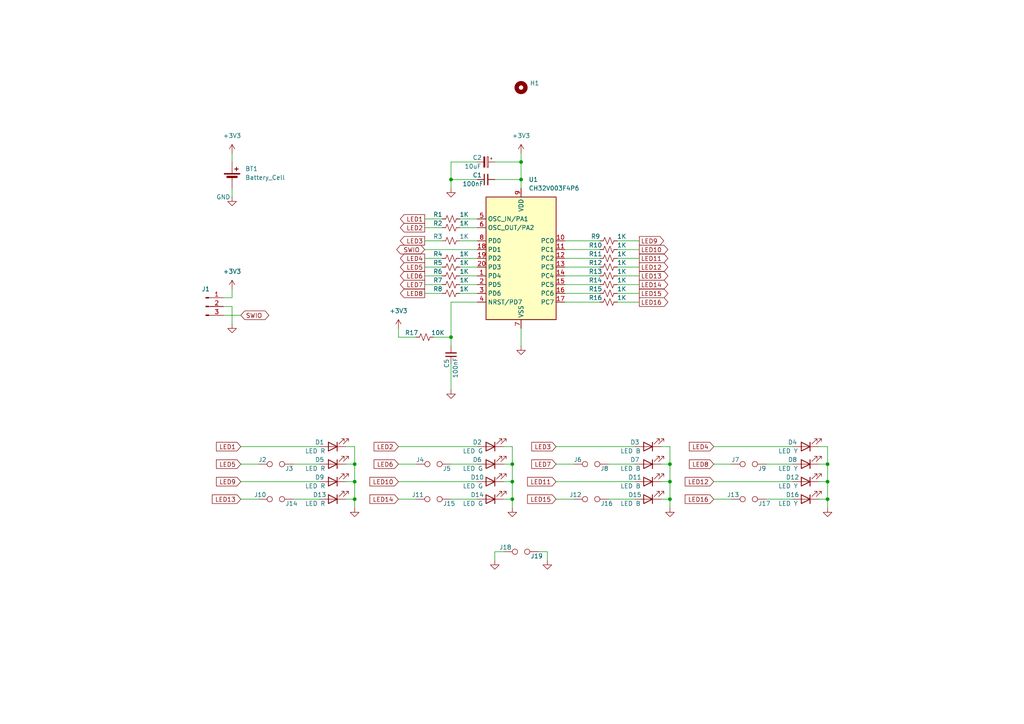
<source format=kicad_sch>
(kicad_sch (version 20230121) (generator eeschema)
  (paper "A4")
  (title_block (title "Árvore de Natal 3D") (date "2023-11-17") (rev "00") (company "Franzininho / Mechatronix Lab") (comment 1 "Eng. André A. M. Araújo"))
  (lib_symbols
    (symbol "Connector:Conn_01x03_Pin" (pin_names (offset 1.016) hide)
      (property "Reference" "J" (at 0 5.08 0))
      (property "Value" "Conn_01x03_Pin" (at 0 -5.08 0))
      (symbol "Conn_01x03_Pin_1_1"
        (polyline (pts (xy 1.27 -2.54) (xy 0.8636 -2.54)) (stroke (width 0.1524)))
        (polyline (pts (xy 1.27 0) (xy 0.8636 0)) (stroke (width 0.1524)))
        (polyline (pts (xy 1.27 2.54) (xy 0.8636 2.54)) (stroke (width 0.1524)))
        (rectangle (start 0.8636 -2.413) (end 0 -2.667) (stroke (width 0.1524)) (fill (type outline)))
        (rectangle (start 0.8636 0.127) (end 0 -0.127) (stroke (width 0.1524)) (fill (type outline)))
        (rectangle (start 0.8636 2.667) (end 0 2.413) (stroke (width 0.1524)) (fill (type outline)))
        (pin passive line (at 5.08 2.54 180) (length 3.81) (name "Pin_1") (number "1"))
        (pin passive line (at 5.08 0 180) (length 3.81) (name "Pin_2") (number "2"))
        (pin passive line (at 5.08 -2.54 180) (length 3.81) (name "Pin_3") (number "3"))
      )
    )
    (symbol "Connector:TestPoint" (pin_numbers hide) (pin_names (offset 0.762) hide)
      (property "Reference" "TP" (at 0 6.858 0))
      (property "Value" "TestPoint" (at 0 5.08 0))
      (symbol "TestPoint_0_1"
        (circle (center 0 3.302) (radius 0.762))
      )
      (symbol "TestPoint_1_1"
        (pin passive line (at 0 0 90) (length 2.54) (name "1") (number "1"))
      )
    )
    (symbol "Device:Battery_Cell" (pin_numbers hide) (pin_names (offset 0) hide)
      (property "Reference" "BT" (at 2.54 2.54 0))
      (property "Value" "Battery_Cell" (at 2.54 0 0))
      (symbol "Battery_Cell_0_1"
        (rectangle (start -2.286 1.778) (end 2.286 1.524) (fill (type outline)))
        (rectangle (start -1.524 1.016) (end 1.524 0.508) (fill (type outline)))
        (polyline (pts (xy 0 0.762) (xy 0 0)))
        (polyline (pts (xy 0 1.778) (xy 0 2.54)))
        (polyline (pts (xy 0.762 3.048) (xy 1.778 3.048)) (stroke (width 0.254)))
        (polyline (pts (xy 1.27 3.556) (xy 1.27 2.54)) (stroke (width 0.254)))
      )
      (symbol "Battery_Cell_1_1"
        (pin passive line (at 0 5.08 270) (length 2.54) (name "+") (number "1"))
        (pin passive line (at 0 -2.54 90) (length 2.54) (name "-") (number "2"))
      )
    )
    (symbol "Device:C_Polarized_Small" (pin_numbers hide) (pin_names (offset 0.254) hide)
      (property "Reference" "C" (at 0.254 1.778 0))
      (property "Value" "C_Polarized_Small" (at 0.254 -2.032 0))
      (symbol "C_Polarized_Small_0_1"
        (rectangle (start -1.524 -0.3048) (end 1.524 -0.6858) (fill (type outline)))
        (rectangle (start -1.524 0.6858) (end 1.524 0.3048))
        (polyline (pts (xy -1.27 1.524) (xy -0.762 1.524)))
        (polyline (pts (xy -1.016 1.27) (xy -1.016 1.778)))
      )
      (symbol "C_Polarized_Small_1_1"
        (pin passive line (at 0 2.54 270) (length 1.8542) (name "~") (number "1"))
        (pin passive line (at 0 -2.54 90) (length 1.8542) (name "~") (number "2"))
      )
    )
    (symbol "Device:C_Small" (pin_numbers hide) (pin_names (offset 0.254) hide)
      (property "Reference" "C" (at 0.254 1.778 0))
      (property "Value" "C_Small" (at 0.254 -2.032 0))
      (symbol "C_Small_0_1"
        (polyline (pts (xy -1.524 -0.508) (xy 1.524 -0.508)) (stroke (width 0.3302)))
        (polyline (pts (xy -1.524 0.508) (xy 1.524 0.508)) (stroke (width 0.3048)))
      )
      (symbol "C_Small_1_1"
        (pin passive line (at 0 2.54 270) (length 2.032) (name "~") (number "1"))
        (pin passive line (at 0 -2.54 90) (length 2.032) (name "~") (number "2"))
      )
    )
    (symbol "Device:LED" (pin_numbers hide) (pin_names (offset 1.016) hide)
      (property "Reference" "D" (at 0 2.54 0))
      (property "Value" "LED" (at 0 -2.54 0))
      (symbol "LED_0_1"
        (polyline (pts (xy -1.27 -1.27) (xy -1.27 1.27)) (stroke (width 0.254)))
        (polyline (pts (xy -1.27 0) (xy 1.27 0)))
        (polyline (pts (xy 1.27 -1.27) (xy 1.27 1.27) (xy -1.27 0) (xy 1.27 -1.27)) (stroke (width 0.254)))
        (polyline (pts (xy -3.048 -0.762) (xy -4.572 -2.286) (xy -3.81 -2.286) (xy -4.572 -2.286) (xy -4.572 -1.524)))
        (polyline (pts (xy -1.778 -0.762) (xy -3.302 -2.286) (xy -2.54 -2.286) (xy -3.302 -2.286) (xy -3.302 -1.524)))
      )
      (symbol "LED_1_1"
        (pin passive line (at -3.81 0 0) (length 2.54) (name "K") (number "1"))
        (pin passive line (at 3.81 0 180) (length 2.54) (name "A") (number "2"))
      )
    )
    (symbol "Device:R_Small_US" (pin_numbers hide) (pin_names (offset 0.254) hide)
      (property "Reference" "R" (at 0.762 0.508 0))
      (property "Value" "R_Small_US" (at 0.762 -1.016 0))
      (symbol "R_Small_US_1_1"
        (polyline (pts (xy 0 0) (xy 1.016 -0.381) (xy 0 -0.762) (xy -1.016 -1.143) (xy 0 -1.524)))
        (polyline (pts (xy 0 1.524) (xy 1.016 1.143) (xy 0 0.762) (xy -1.016 0.381) (xy 0 0)))
        (pin passive line (at 0 2.54 270) (length 1.016) (name "~") (number "1"))
        (pin passive line (at 0 -2.54 90) (length 1.016) (name "~") (number "2"))
      )
    )
    (symbol "Mechanical:MountingHole" (pin_names (offset 1.016))
      (property "Reference" "H" (at 0 5.08 0))
      (property "Value" "MountingHole" (at 0 3.175 0))
      (symbol "MountingHole_0_1"
        (circle (center 0 0) (radius 1.27) (stroke (width 1.27)))
      )
    )
    (symbol "power:+3V3" (power) (pin_names (offset 0))
      (property "Value" "+3V3" (at 0 3.556 0))
      (symbol "+3V3_0_1"
        (polyline (pts (xy -0.762 1.27) (xy 0 2.54)))
        (polyline (pts (xy 0 0) (xy 0 2.54)))
        (polyline (pts (xy 0 2.54) (xy 0.762 1.27)))
      )
      (symbol "+3V3_1_1"
        (pin power_in line (at 0 0 90) (length 0) hide (name "+3V3") (number "1"))
      )
    )
    (symbol "power:GND" (power) (pin_names (offset 0))
      (property "Value" "GND" (at 0 -3.81 0))
      (symbol "GND_0_1"
        (polyline (pts (xy 0 0) (xy 0 -1.27) (xy 1.27 -1.27) (xy 0 -2.54) (xy -1.27 -1.27) (xy 0 -1.27)))
      )
      (symbol "GND_1_1"
        (pin power_in line (at 0 0 270) (length 0) hide (name "GND") (number "1"))
      )
    )
    (symbol "wch_mcu:CH32V003F4P6"
      (property "Reference" "U" (at 15.24 -24.13 0))
      (property "Value" "CH32V003F4P6" (at 16.51 -21.59 0))
      (symbol "CH32V003F4P6_0_1"
        (rectangle (start -10.16 17.78) (end 10.16 -17.78) (stroke (width 0.254)) (fill (type background)))
      )
      (symbol "CH32V003F4P6_1_1"
        (pin bidirectional line (at -12.7 -5.08 0) (length 2.54) (name "PD4") (number "1"))
        (pin bidirectional line (at 12.7 5.08 180) (length 2.54) (name "PC0") (number "10"))
        (pin bidirectional line (at 12.7 2.54 180) (length 2.54) (name "PC1") (number "11"))
        (pin bidirectional line (at 12.7 0 180) (length 2.54) (name "PC2") (number "12"))
        (pin bidirectional line (at 12.7 -2.54 180) (length 2.54) (name "PC3") (number "13"))
        (pin bidirectional line (at 12.7 -5.08 180) (length 2.54) (name "PC4") (number "14"))
        (pin bidirectional line (at 12.7 -7.62 180) (length 2.54) (name "PC5") (number "15"))
        (pin bidirectional line (at 12.7 -10.16 180) (length 2.54) (name "PC6") (number "16"))
        (pin bidirectional line (at 12.7 -12.7 180) (length 2.54) (name "PC7") (number "17"))
        (pin bidirectional line (at -12.7 2.54 0) (length 2.54) (name "PD1") (number "18"))
        (pin bidirectional line (at -12.7 0 0) (length 2.54) (name "PD2") (number "19"))
        (pin bidirectional line (at -12.7 -7.62 0) (length 2.54) (name "PD5") (number "2"))
        (pin bidirectional line (at -12.7 -2.54 0) (length 2.54) (name "PD3") (number "20"))
        (pin bidirectional line (at -12.7 -10.16 0) (length 2.54) (name "PD6") (number "3"))
        (pin input line (at -12.7 -12.7 0) (length 2.54) (name "NRST/PD7") (number "4"))
        (pin input line (at -12.7 11.43 0) (length 2.54) (name "OSC_IN/PA1") (number "5"))
        (pin input line (at -12.7 8.89 0) (length 2.54) (name "OSC_OUT/PA2") (number "6"))
        (pin power_in line (at 0 -20.32 90) (length 2.54) (name "VSS") (number "7"))
        (pin bidirectional line (at -12.7 5.08 0) (length 2.54) (name "PD0") (number "8"))
        (pin power_in line (at 0 20.32 270) (length 2.54) (name "VDD") (number "9"))
      )
    )
  )
  (junction (at 151.13 52.07))
  (junction (at 102.87 134.62))
  (junction (at 130.81 97.79))
  (junction (at 148.59 139.7))
  (junction (at 194.31 144.78))
  (junction (at 194.31 134.62))
  (junction (at 148.59 144.78))
  (junction (at 102.87 139.7))
  (junction (at 194.31 139.7))
  (junction (at 240.03 134.62))
  (junction (at 240.03 139.7))
  (junction (at 102.87 144.78))
  (junction (at 240.03 144.78))
  (junction (at 130.81 52.07))
  (junction (at 148.59 134.62))
  (junction (at 151.13 46.99))
  (wire (pts (xy 194.31 129.54) (xy 194.31 134.62)))
  (wire (pts (xy 191.77 129.54) (xy 194.31 129.54)))
  (wire (pts (xy 237.49 144.78) (xy 240.03 144.78)))
  (wire (pts (xy 85.09 144.78) (xy 92.71 144.78)))
  (wire (pts (xy 161.29 139.7) (xy 184.15 139.7)))
  (wire (pts (xy 123.19 72.39) (xy 138.43 72.39)))
  (wire (pts (xy 130.81 87.63) (xy 138.43 87.63)))
  (wire (pts (xy 191.77 139.7) (xy 194.31 139.7)))
  (wire (pts (xy 163.83 74.93) (xy 173.99 74.93)))
  (wire (pts (xy 176.53 144.78) (xy 184.15 144.78)))
  (wire (pts (xy 123.19 69.85) (xy 128.27 69.85)))
  (wire (pts (xy 102.87 134.62) (xy 102.87 139.7)))
  (wire (pts (xy 123.19 85.09) (xy 128.27 85.09)))
  (wire (pts (xy 115.57 134.62) (xy 120.65 134.62)))
  (wire (pts (xy 69.85 139.7) (xy 92.71 139.7)))
  (wire (pts (xy 133.35 80.01) (xy 138.43 80.01)))
  (wire (pts (xy 179.07 85.09) (xy 185.42 85.09)))
  (wire (pts (xy 130.81 134.62) (xy 138.43 134.62)))
  (wire (pts (xy 240.03 129.54) (xy 240.03 134.62)))
  (wire (pts (xy 115.57 95.25) (xy 115.57 97.79)))
  (wire (pts (xy 100.33 134.62) (xy 102.87 134.62)))
  (wire (pts (xy 100.33 139.7) (xy 102.87 139.7)))
  (wire (pts (xy 237.49 134.62) (xy 240.03 134.62)))
  (wire (pts (xy 130.81 97.79) (xy 130.81 100.33)))
  (wire (pts (xy 102.87 139.7) (xy 102.87 144.78)))
  (wire (pts (xy 148.59 144.78) (xy 148.59 147.32)))
  (wire (pts (xy 240.03 139.7) (xy 240.03 144.78)))
  (wire (pts (xy 163.83 85.09) (xy 173.99 85.09)))
  (wire (pts (xy 130.81 105.41) (xy 130.81 113.03)))
  (wire (pts (xy 179.07 69.85) (xy 185.42 69.85)))
  (wire (pts (xy 179.07 74.93) (xy 185.42 74.93)))
  (wire (pts (xy 115.57 97.79) (xy 120.65 97.79)))
  (wire (pts (xy 143.51 52.07) (xy 151.13 52.07)))
  (wire (pts (xy 158.75 160.02) (xy 156.21 160.02)))
  (wire (pts (xy 163.83 72.39) (xy 173.99 72.39)))
  (wire (pts (xy 237.49 139.7) (xy 240.03 139.7)))
  (wire (pts (xy 163.83 69.85) (xy 173.99 69.85)))
  (wire (pts (xy 133.35 74.93) (xy 138.43 74.93)))
  (wire (pts (xy 222.25 144.78) (xy 229.87 144.78)))
  (wire (pts (xy 67.31 83.82) (xy 67.31 86.36)))
  (wire (pts (xy 207.01 134.62) (xy 212.09 134.62)))
  (wire (pts (xy 161.29 144.78) (xy 166.37 144.78)))
  (wire (pts (xy 130.81 52.07) (xy 138.43 52.07)))
  (wire (pts (xy 163.83 82.55) (xy 173.99 82.55)))
  (wire (pts (xy 64.77 88.9) (xy 67.31 88.9)))
  (wire (pts (xy 115.57 139.7) (xy 138.43 139.7)))
  (wire (pts (xy 194.31 139.7) (xy 194.31 144.78)))
  (wire (pts (xy 148.59 134.62) (xy 148.59 139.7)))
  (wire (pts (xy 161.29 134.62) (xy 166.37 134.62)))
  (wire (pts (xy 146.05 139.7) (xy 148.59 139.7)))
  (wire (pts (xy 133.35 82.55) (xy 138.43 82.55)))
  (wire (pts (xy 148.59 129.54) (xy 148.59 134.62)))
  (wire (pts (xy 67.31 86.36) (xy 64.77 86.36)))
  (wire (pts (xy 179.07 72.39) (xy 185.42 72.39)))
  (wire (pts (xy 67.31 88.9) (xy 67.31 93.98)))
  (wire (pts (xy 69.85 134.62) (xy 74.93 134.62)))
  (wire (pts (xy 130.81 46.99) (xy 130.81 52.07)))
  (wire (pts (xy 148.59 139.7) (xy 148.59 144.78)))
  (wire (pts (xy 138.43 46.99) (xy 130.81 46.99)))
  (wire (pts (xy 130.81 52.07) (xy 130.81 54.61)))
  (wire (pts (xy 115.57 129.54) (xy 138.43 129.54)))
  (wire (pts (xy 102.87 144.78) (xy 102.87 147.32)))
  (wire (pts (xy 151.13 44.45) (xy 151.13 46.99)))
  (wire (pts (xy 102.87 129.54) (xy 102.87 134.62)))
  (wire (pts (xy 123.19 63.5) (xy 128.27 63.5)))
  (wire (pts (xy 143.51 46.99) (xy 151.13 46.99)))
  (wire (pts (xy 69.85 144.78) (xy 74.93 144.78)))
  (wire (pts (xy 179.07 82.55) (xy 185.42 82.55)))
  (wire (pts (xy 85.09 134.62) (xy 92.71 134.62)))
  (wire (pts (xy 194.31 144.78) (xy 194.31 147.32)))
  (wire (pts (xy 207.01 144.78) (xy 212.09 144.78)))
  (wire (pts (xy 179.07 87.63) (xy 185.42 87.63)))
  (wire (pts (xy 151.13 46.99) (xy 151.13 52.07)))
  (wire (pts (xy 179.07 77.47) (xy 185.42 77.47)))
  (wire (pts (xy 130.81 87.63) (xy 130.81 97.79)))
  (wire (pts (xy 194.31 134.62) (xy 194.31 139.7)))
  (wire (pts (xy 115.57 144.78) (xy 120.65 144.78)))
  (wire (pts (xy 207.01 139.7) (xy 229.87 139.7)))
  (wire (pts (xy 133.35 77.47) (xy 138.43 77.47)))
  (wire (pts (xy 240.03 144.78) (xy 240.03 147.32)))
  (wire (pts (xy 69.85 91.44) (xy 64.77 91.44)))
  (wire (pts (xy 67.31 44.45) (xy 67.31 46.99)))
  (wire (pts (xy 100.33 129.54) (xy 102.87 129.54)))
  (wire (pts (xy 130.81 144.78) (xy 138.43 144.78)))
  (wire (pts (xy 163.83 87.63) (xy 173.99 87.63)))
  (wire (pts (xy 123.19 74.93) (xy 128.27 74.93)))
  (wire (pts (xy 191.77 134.62) (xy 194.31 134.62)))
  (wire (pts (xy 123.19 80.01) (xy 128.27 80.01)))
  (wire (pts (xy 133.35 85.09) (xy 138.43 85.09)))
  (wire (pts (xy 179.07 80.01) (xy 185.42 80.01)))
  (wire (pts (xy 125.73 97.79) (xy 130.81 97.79)))
  (wire (pts (xy 161.29 129.54) (xy 184.15 129.54)))
  (wire (pts (xy 237.49 129.54) (xy 240.03 129.54)))
  (wire (pts (xy 123.19 66.04) (xy 128.27 66.04)))
  (wire (pts (xy 123.19 77.47) (xy 128.27 77.47)))
  (wire (pts (xy 240.03 134.62) (xy 240.03 139.7)))
  (wire (pts (xy 176.53 134.62) (xy 184.15 134.62)))
  (wire (pts (xy 123.19 82.55) (xy 128.27 82.55)))
  (wire (pts (xy 163.83 77.47) (xy 173.99 77.47)))
  (wire (pts (xy 146.05 129.54) (xy 148.59 129.54)))
  (wire (pts (xy 207.01 129.54) (xy 229.87 129.54)))
  (wire (pts (xy 143.51 160.02) (xy 146.05 160.02)))
  (wire (pts (xy 143.51 162.56) (xy 143.51 160.02)))
  (wire (pts (xy 133.35 66.04) (xy 138.43 66.04)))
  (wire (pts (xy 100.33 144.78) (xy 102.87 144.78)))
  (wire (pts (xy 158.75 162.56) (xy 158.75 160.02)))
  (wire (pts (xy 222.25 134.62) (xy 229.87 134.62)))
  (wire (pts (xy 146.05 144.78) (xy 148.59 144.78)))
  (wire (pts (xy 151.13 52.07) (xy 151.13 54.61)))
  (wire (pts (xy 163.83 80.01) (xy 173.99 80.01)))
  (wire (pts (xy 146.05 134.62) (xy 148.59 134.62)))
  (wire (pts (xy 191.77 144.78) (xy 194.31 144.78)))
  (wire (pts (xy 133.35 63.5) (xy 138.43 63.5)))
  (wire (pts (xy 69.85 129.54) (xy 92.71 129.54)))
  (wire (pts (xy 133.35 69.85) (xy 138.43 69.85)))
  (wire (pts (xy 151.13 95.25) (xy 151.13 100.33)))
  (wire (pts (xy 67.31 54.61) (xy 67.31 57.15)))
  (global_label "LED7" (shape input) (at 161.29 134.62 180) (property "Intersheetrefs" "${INTERSHEET_REFS}" (effects hide)))
  (global_label "LED8" (shape input) (at 207.01 134.62 180) (property "Intersheetrefs" "${INTERSHEET_REFS}" (effects hide)))
  (global_label "LED5" (shape output) (at 123.19 77.47 180) (property "Intersheetrefs" "${INTERSHEET_REFS}" (effects hide)))
  (global_label "LED12" (shape input) (at 207.01 139.7 180) (property "Intersheetrefs" "${INTERSHEET_REFS}" (effects hide)))
  (global_label "LED3" (shape output) (at 123.19 69.85 180) (property "Intersheetrefs" "${INTERSHEET_REFS}" (effects hide)))
  (global_label "LED4" (shape input) (at 207.01 129.54 180) (property "Intersheetrefs" "${INTERSHEET_REFS}" (effects hide)))
  (global_label "LED16" (shape input) (at 207.01 144.78 180) (property "Intersheetrefs" "${INTERSHEET_REFS}" (effects hide)))
  (global_label "LED14" (shape input) (at 115.57 144.78 180) (property "Intersheetrefs" "${INTERSHEET_REFS}" (effects hide)))
  (global_label "LED15" (shape input) (at 161.29 144.78 180) (property "Intersheetrefs" "${INTERSHEET_REFS}" (effects hide)))
  (global_label "SWIO" (shape bidirectional) (at 69.85 91.44 0) (property "Intersheetrefs" "${INTERSHEET_REFS}" (effects hide)))
  (global_label "LED16" (shape output) (at 185.42 87.63 0) (property "Intersheetrefs" "${INTERSHEET_REFS}" (effects hide)))
  (global_label "LED8" (shape output) (at 123.19 85.09 180) (property "Intersheetrefs" "${INTERSHEET_REFS}" (effects hide)))
  (global_label "LED13" (shape input) (at 69.85 144.78 180) (property "Intersheetrefs" "${INTERSHEET_REFS}" (effects hide)))
  (global_label "LED10" (shape input) (at 115.57 139.7 180) (property "Intersheetrefs" "${INTERSHEET_REFS}" (effects hide)))
  (global_label "LED10" (shape output) (at 185.42 72.39 0) (property "Intersheetrefs" "${INTERSHEET_REFS}" (effects hide)))
  (global_label "LED4" (shape output) (at 123.19 74.93 180) (property "Intersheetrefs" "${INTERSHEET_REFS}" (effects hide)))
  (global_label "LED1" (shape output) (at 123.19 63.5 180) (property "Intersheetrefs" "${INTERSHEET_REFS}" (effects hide)))
  (global_label "LED9" (shape input) (at 69.85 139.7 180) (property "Intersheetrefs" "${INTERSHEET_REFS}" (effects hide)))
  (global_label "LED7" (shape output) (at 123.19 82.55 180) (property "Intersheetrefs" "${INTERSHEET_REFS}" (effects hide)))
  (global_label "LED5" (shape input) (at 69.85 134.62 180) (property "Intersheetrefs" "${INTERSHEET_REFS}" (effects hide)))
  (global_label "LED14" (shape output) (at 185.42 82.55 0) (property "Intersheetrefs" "${INTERSHEET_REFS}" (effects hide)))
  (global_label "LED11" (shape output) (at 185.42 74.93 0) (property "Intersheetrefs" "${INTERSHEET_REFS}" (effects hide)))
  (global_label "LED2" (shape output) (at 123.19 66.04 180) (property "Intersheetrefs" "${INTERSHEET_REFS}" (effects hide)))
  (global_label "LED1" (shape input) (at 69.85 129.54 180) (property "Intersheetrefs" "${INTERSHEET_REFS}" (effects hide)))
  (global_label "LED15" (shape output) (at 185.42 85.09 0) (property "Intersheetrefs" "${INTERSHEET_REFS}" (effects hide)))
  (global_label "LED13" (shape output) (at 185.42 80.01 0) (property "Intersheetrefs" "${INTERSHEET_REFS}" (effects hide)))
  (global_label "LED11" (shape input) (at 161.29 139.7 180) (property "Intersheetrefs" "${INTERSHEET_REFS}" (effects hide)))
  (global_label "LED12" (shape output) (at 185.42 77.47 0) (property "Intersheetrefs" "${INTERSHEET_REFS}" (effects hide)))
  (global_label "SWIO" (shape bidirectional) (at 123.19 72.39 180) (property "Intersheetrefs" "${INTERSHEET_REFS}" (effects hide)))
  (global_label "LED2" (shape input) (at 115.57 129.54 180) (property "Intersheetrefs" "${INTERSHEET_REFS}" (effects hide)))
  (global_label "LED6" (shape input) (at 115.57 134.62 180) (property "Intersheetrefs" "${INTERSHEET_REFS}" (effects hide)))
  (global_label "LED9" (shape output) (at 185.42 69.85 0) (property "Intersheetrefs" "${INTERSHEET_REFS}" (effects hide)))
  (global_label "LED3" (shape input) (at 161.29 129.54 180) (property "Intersheetrefs" "${INTERSHEET_REFS}" (effects hide)))
  (global_label "LED6" (shape output) (at 123.19 80.01 180) (property "Intersheetrefs" "${INTERSHEET_REFS}" (effects hide)))
  (symbol (lib_id "Device:R_Small_US") (at 130.81 85.09 90) (unit 1)
    (property "Reference" "R8" (at 127 83.82 90))
    (property "Value" "1K" (at 134.62 83.82 90))
    (property "Footprint" "Resistor_SMD:R_0603_1608Metric_Pad0.98x0.95mm_HandSolder" (effects hide))
  )
  (symbol (lib_id "Device:LED") (at 142.24 129.54 180) (unit 1)
    (property "Reference" "D2" (at 138.43 128.27 0))
    (property "Value" "LED G" (at 137.16 130.81 0))
    (property "Footprint" "LED_THT:LED_D5.0mm" (effects hide))
  )
  (symbol (lib_id "power:GND") (at 158.75 162.56 0) (unit 1)
    (property "Reference" "#PWR015" (effects hide))
    (property "Value" "GND" (effects hide))
  )
  (symbol (lib_id "Device:Battery_Cell") (at 67.31 52.07 0) (unit 1)
    (property "Reference" "BT1" (at 71.12 48.9585 0) (effects (justify left)))
    (property "Value" "Battery_Cell" (at 71.12 51.4985 0) (effects (justify left)))
    (property "Footprint" "Battery:BatteryHolder_Keystone_3002_1x2032" (effects hide))
  )
  (symbol (lib_id "Device:LED") (at 96.52 134.62 180) (unit 1)
    (property "Reference" "D5" (at 92.71 133.35 0))
    (property "Value" "LED R" (at 91.44 135.89 0))
    (property "Footprint" "LED_THT:LED_D5.0mm" (effects hide))
  )
  (symbol (lib_id "Device:R_Small_US") (at 176.53 85.09 90) (unit 1)
    (property "Reference" "R15" (at 172.72 83.82 90))
    (property "Value" "1K" (at 180.34 83.82 90))
    (property "Footprint" "Resistor_SMD:R_0603_1608Metric_Pad0.98x0.95mm_HandSolder" (effects hide))
  )
  (symbol (lib_id "Device:R_Small_US") (at 176.53 82.55 90) (unit 1)
    (property "Reference" "R14" (at 172.72 81.28 90))
    (property "Value" "1K" (at 180.34 81.28 90))
    (property "Footprint" "Resistor_SMD:R_0603_1608Metric_Pad0.98x0.95mm_HandSolder" (effects hide))
  )
  (symbol (lib_id "Connector:TestPoint") (at 120.65 144.78 270) (unit 1)
    (property "Reference" "J11" (at 119.38 143.51 90) (effects (justify left)))
    (property "Value" "TestPoint" (effects hide))
    (property "Footprint" "TestPoint:TestPoint_Pad_D2.5mm" (effects hide))
  )
  (symbol (lib_id "Device:R_Small_US") (at 176.53 69.85 90) (unit 1)
    (property "Reference" "R9" (at 172.72 68.58 90))
    (property "Value" "1K" (at 180.34 68.58 90))
    (property "Footprint" "Resistor_SMD:R_0603_1608Metric_Pad0.98x0.95mm_HandSolder" (effects hide))
  )
  (symbol (lib_id "Connector:TestPoint") (at 74.93 134.62 270) (unit 1)
    (property "Reference" "J2" (at 74.93 133.35 90) (effects (justify left)))
    (property "Value" "TestPoint" (effects hide))
    (property "Footprint" "TestPoint:TestPoint_Pad_D2.5mm" (effects hide))
  )
  (symbol (lib_id "Connector:TestPoint") (at 176.53 144.78 90) (unit 1)
    (property "Reference" "J16" (at 177.8 146.05 90) (effects (justify left)))
    (property "Value" "TestPoint" (effects hide))
    (property "Footprint" "TestPoint:TestPoint_Pad_D2.5mm" (effects hide))
  )
  (symbol (lib_id "Device:LED") (at 142.24 139.7 180) (unit 1)
    (property "Reference" "D10" (at 138.43 138.43 0))
    (property "Value" "LED G" (at 137.16 140.97 0))
    (property "Footprint" "LED_THT:LED_D5.0mm" (effects hide))
  )
  (symbol (lib_id "Device:LED") (at 233.68 134.62 180) (unit 1)
    (property "Reference" "D8" (at 229.87 133.35 0))
    (property "Value" "LED Y" (at 228.6 135.89 0))
    (property "Footprint" "LED_THT:LED_D5.0mm" (effects hide))
  )
  (symbol (lib_id "power:GND") (at 148.59 147.32 0) (unit 1)
    (property "Reference" "#PWR09" (effects hide))
    (property "Value" "GND" (effects hide))
  )
  (symbol (lib_id "Device:R_Small_US") (at 130.81 66.04 90) (unit 1)
    (property "Reference" "R2" (at 127 64.77 90))
    (property "Value" "1K" (at 134.62 64.77 90))
    (property "Footprint" "Resistor_SMD:R_0603_1608Metric_Pad0.98x0.95mm_HandSolder" (effects hide))
  )
  (symbol (lib_id "Device:LED") (at 187.96 129.54 180) (unit 1)
    (property "Reference" "D3" (at 184.15 128.27 0))
    (property "Value" "LED B" (at 182.88 130.81 0))
    (property "Footprint" "LED_THT:LED_D5.0mm" (effects hide))
  )
  (symbol (lib_id "Device:LED") (at 142.24 134.62 180) (unit 1)
    (property "Reference" "D6" (at 138.43 133.35 0))
    (property "Value" "LED G" (at 137.16 135.89 0))
    (property "Footprint" "LED_THT:LED_D5.0mm" (effects hide))
  )
  (symbol (lib_id "Device:LED") (at 233.68 144.78 180) (unit 1)
    (property "Reference" "D16" (at 229.87 143.51 0))
    (property "Value" "LED Y" (at 228.6 146.05 0))
    (property "Footprint" "LED_THT:LED_D5.0mm" (effects hide))
  )
  (symbol (lib_id "Device:LED") (at 187.96 139.7 180) (unit 1)
    (property "Reference" "D11" (at 184.15 138.43 0))
    (property "Value" "LED B" (at 182.88 140.97 0))
    (property "Footprint" "LED_THT:LED_D5.0mm" (effects hide))
  )
  (symbol (lib_id "Device:R_Small_US") (at 123.19 97.79 90) (unit 1)
    (property "Reference" "R17" (at 119.38 96.52 90))
    (property "Value" "10K" (at 127 96.52 90))
    (property "Footprint" "Resistor_SMD:R_0603_1608Metric_Pad0.98x0.95mm_HandSolder" (effects hide))
  )
  (symbol (lib_id "Device:R_Small_US") (at 176.53 87.63 90) (unit 1)
    (property "Reference" "R16" (at 172.72 86.36 90))
    (property "Value" "1K" (at 180.34 86.36 90))
    (property "Footprint" "Resistor_SMD:R_0603_1608Metric_Pad0.98x0.95mm_HandSolder" (effects hide))
  )
  (symbol (lib_id "Connector:TestPoint") (at 222.25 144.78 90) (unit 1)
    (property "Reference" "J17" (at 223.52 146.05 90) (effects (justify left)))
    (property "Value" "TestPoint" (effects hide))
    (property "Footprint" "TestPoint:TestPoint_Pad_D2.5mm" (effects hide))
  )
  (symbol (lib_id "Device:R_Small_US") (at 176.53 74.93 90) (unit 1)
    (property "Reference" "R11" (at 172.72 73.66 90))
    (property "Value" "1K" (at 180.34 73.66 90))
    (property "Footprint" "Resistor_SMD:R_0603_1608Metric_Pad0.98x0.95mm_HandSolder" (effects hide))
  )
  (symbol (lib_id "power:+3V3") (at 115.57 95.25 0) (unit 1)
    (property "Reference" "#PWR03" (effects hide))
    (property "Value" "+3V3" (at 115.57 90.17 0))
  )
  (symbol (lib_id "power:GND") (at 130.81 113.03 0) (unit 1)
    (property "Reference" "#PWR07" (effects hide))
    (property "Value" "GND" (effects hide))
  )
  (symbol (lib_id "power:GND") (at 143.51 162.56 0) (unit 1)
    (property "Reference" "#PWR014" (effects hide))
    (property "Value" "GND" (effects hide))
  )
  (symbol (lib_id "power:GND") (at 194.31 147.32 0) (unit 1)
    (property "Reference" "#PWR010" (effects hide))
    (property "Value" "GND" (effects hide))
  )
  (symbol (lib_id "Device:R_Small_US") (at 130.81 82.55 90) (unit 1)
    (property "Reference" "R7" (at 127 81.28 90))
    (property "Value" "1K" (at 134.62 81.28 90))
    (property "Footprint" "Resistor_SMD:R_0603_1608Metric_Pad0.98x0.95mm_HandSolder" (effects hide))
  )
  (symbol (lib_id "Device:C_Small") (at 130.81 102.87 180) (unit 1)
    (property "Reference" "C5" (at 129.54 105.41 90))
    (property "Value" "100nF" (at 132.08 106.68 90))
    (property "Footprint" "Capacitor_SMD:C_0603_1608Metric_Pad1.08x0.95mm_HandSolder" (effects hide))
  )
  (symbol (lib_id "Device:LED") (at 233.68 139.7 180) (unit 1)
    (property "Reference" "D12" (at 229.87 138.43 0))
    (property "Value" "LED Y" (at 228.6 140.97 0))
    (property "Footprint" "LED_THT:LED_D5.0mm" (effects hide))
  )
  (symbol (lib_id "Device:R_Small_US") (at 130.81 80.01 90) (unit 1)
    (property "Reference" "R6" (at 127 78.74 90))
    (property "Value" "1K" (at 134.62 78.74 90))
    (property "Footprint" "Resistor_SMD:R_0603_1608Metric_Pad0.98x0.95mm_HandSolder" (effects hide))
  )
  (symbol (lib_id "Connector:TestPoint") (at 74.93 144.78 270) (unit 1)
    (property "Reference" "J10" (at 73.66 143.51 90) (effects (justify left)))
    (property "Value" "TestPoint" (effects hide))
    (property "Footprint" "TestPoint:TestPoint_Pad_D2.5mm" (effects hide))
  )
  (symbol (lib_id "Device:LED") (at 96.52 144.78 180) (unit 1)
    (property "Reference" "D13" (at 92.71 143.51 0))
    (property "Value" "LED R" (at 91.44 146.05 0))
    (property "Footprint" "LED_THT:LED_D5.0mm" (effects hide))
  )
  (symbol (lib_id "Connector:TestPoint") (at 222.25 134.62 90) (unit 1)
    (property "Reference" "J9" (at 222.25 135.89 90) (effects (justify left)))
    (property "Value" "TestPoint" (effects hide))
    (property "Footprint" "TestPoint:TestPoint_Pad_D2.5mm" (effects hide))
  )
  (symbol (lib_id "Device:C_Small") (at 140.97 52.07 90) (unit 1)
    (property "Reference" "C1" (at 138.43 50.8 90))
    (property "Value" "100nF" (at 137.16 53.34 90))
    (property "Footprint" "Capacitor_SMD:C_0603_1608Metric_Pad1.08x0.95mm_HandSolder" (effects hide))
  )
  (symbol (lib_id "Connector:TestPoint") (at 212.09 144.78 270) (unit 1)
    (property "Reference" "J13" (at 210.82 143.51 90) (effects (justify left)))
    (property "Value" "TestPoint" (effects hide))
    (property "Footprint" "TestPoint:TestPoint_Pad_D2.5mm" (effects hide))
  )
  (symbol (lib_id "Connector:TestPoint") (at 146.05 160.02 270) (unit 1)
    (property "Reference" "J18" (at 144.78 158.75 90) (effects (justify left)))
    (property "Value" "TestPoint" (effects hide))
    (property "Footprint" "TestPoint:TestPoint_Pad_D2.5mm" (effects hide))
  )
  (symbol (lib_id "power:+3V3") (at 67.31 44.45 0) (unit 1)
    (property "Reference" "#PWR04" (effects hide))
    (property "Value" "+3V3" (at 67.31 39.37 0))
  )
  (symbol (lib_id "Connector:Conn_01x03_Pin") (at 59.69 88.9 0) (unit 1)
    (property "Reference" "J1" (at 59.69 83.82 0))
    (property "Value" "Conn_01x03_Pin" (effects hide))
    (property "Footprint" "Connector_PinHeader_2.54mm:PinHeader_1x03_P2.54mm_Vertical" (effects hide))
  )
  (symbol (lib_id "Device:LED") (at 187.96 144.78 180) (unit 1)
    (property "Reference" "D15" (at 184.15 143.51 0))
    (property "Value" "LED B" (at 182.88 146.05 0))
    (property "Footprint" "LED_THT:LED_D5.0mm" (effects hide))
  )
  (symbol (lib_id "Connector:TestPoint") (at 156.21 160.02 90) (unit 1)
    (property "Reference" "J19" (at 157.48 161.29 90) (effects (justify left)))
    (property "Value" "TestPoint" (effects hide))
    (property "Footprint" "TestPoint:TestPoint_Pad_D2.5mm" (effects hide))
  )
  (symbol (lib_id "power:GND") (at 67.31 93.98 0) (unit 1)
    (property "Reference" "#PWR013" (effects hide))
    (property "Value" "GND" (effects hide))
  )
  (symbol (lib_id "power:+3V3") (at 67.31 83.82 0) (unit 1)
    (property "Reference" "#PWR012" (effects hide))
    (property "Value" "+3V3" (at 67.31 78.74 0))
  )
  (symbol (lib_id "Connector:TestPoint") (at 85.09 144.78 90) (unit 1)
    (property "Reference" "J14" (at 86.36 146.05 90) (effects (justify left)))
    (property "Value" "TestPoint" (effects hide))
    (property "Footprint" "TestPoint:TestPoint_Pad_D2.5mm" (effects hide))
  )
  (symbol (lib_id "Device:LED") (at 187.96 134.62 180) (unit 1)
    (property "Reference" "D7" (at 184.15 133.35 0))
    (property "Value" "LED B" (at 182.88 135.89 0))
    (property "Footprint" "LED_THT:LED_D5.0mm" (effects hide))
  )
  (symbol (lib_id "Device:R_Small_US") (at 130.81 74.93 90) (unit 1)
    (property "Reference" "R4" (at 127 73.66 90))
    (property "Value" "1K" (at 134.62 73.66 90))
    (property "Footprint" "Resistor_SMD:R_0603_1608Metric_Pad0.98x0.95mm_HandSolder" (effects hide))
  )
  (symbol (lib_id "power:GND") (at 102.87 147.32 0) (unit 1)
    (property "Reference" "#PWR08" (effects hide))
    (property "Value" "GND" (effects hide))
  )
  (symbol (lib_id "Connector:TestPoint") (at 166.37 144.78 270) (unit 1)
    (property "Reference" "J12" (at 165.1 143.51 90) (effects (justify left)))
    (property "Value" "TestPoint" (effects hide))
    (property "Footprint" "TestPoint:TestPoint_Pad_D2.5mm" (effects hide))
  )
  (symbol (lib_id "Device:R_Small_US") (at 130.81 69.85 90) (unit 1)
    (property "Reference" "R3" (at 127 68.58 90))
    (property "Value" "1K" (at 134.62 68.58 90))
    (property "Footprint" "Resistor_SMD:R_0603_1608Metric_Pad0.98x0.95mm_HandSolder" (effects hide))
  )
  (symbol (lib_id "Device:LED") (at 96.52 139.7 180) (unit 1)
    (property "Reference" "D9" (at 92.71 138.43 0))
    (property "Value" "LED R" (at 91.44 140.97 0))
    (property "Footprint" "LED_THT:LED_D5.0mm" (effects hide))
  )
  (symbol (lib_id "Connector:TestPoint") (at 130.81 144.78 90) (unit 1)
    (property "Reference" "J15" (at 132.08 146.05 90) (effects (justify left)))
    (property "Value" "TestPoint" (effects hide))
    (property "Footprint" "TestPoint:TestPoint_Pad_D2.5mm" (effects hide))
  )
  (symbol (lib_id "power:GND") (at 151.13 100.33 0) (unit 1)
    (property "Reference" "#PWR02" (effects hide))
    (property "Value" "GND" (effects hide))
  )
  (symbol (lib_id "Connector:TestPoint") (at 130.81 134.62 90) (unit 1)
    (property "Reference" "J5" (at 130.81 135.89 90) (effects (justify left)))
    (property "Value" "TestPoint" (effects hide))
    (property "Footprint" "TestPoint:TestPoint_Pad_D2.5mm" (effects hide))
  )
  (symbol (lib_id "Device:LED") (at 233.68 129.54 180) (unit 1)
    (property "Reference" "D4" (at 229.87 128.27 0))
    (property "Value" "LED Y" (at 228.6 130.81 0))
    (property "Footprint" "LED_THT:LED_D5.0mm" (effects hide))
  )
  (symbol (lib_id "Device:R_Small_US") (at 176.53 77.47 90) (unit 1)
    (property "Reference" "R12" (at 172.72 76.2 90))
    (property "Value" "1K" (at 180.34 76.2 90))
    (property "Footprint" "Resistor_SMD:R_0603_1608Metric_Pad0.98x0.95mm_HandSolder" (effects hide))
  )
  (symbol (lib_id "Connector:TestPoint") (at 176.53 134.62 90) (unit 1)
    (property "Reference" "J8" (at 176.53 135.89 90) (effects (justify left)))
    (property "Value" "TestPoint" (effects hide))
    (property "Footprint" "TestPoint:TestPoint_Pad_D2.5mm" (effects hide))
  )
  (symbol (lib_id "Device:R_Small_US") (at 176.53 80.01 90) (unit 1)
    (property "Reference" "R13" (at 172.72 78.74 90))
    (property "Value" "1K" (at 180.34 78.74 90))
    (property "Footprint" "Resistor_SMD:R_0603_1608Metric_Pad0.98x0.95mm_HandSolder" (effects hide))
  )
  (symbol (lib_id "Device:R_Small_US") (at 130.81 63.5 90) (unit 1)
    (property "Reference" "R1" (at 127 62.23 90))
    (property "Value" "1K" (at 134.62 62.23 90))
    (property "Footprint" "Resistor_SMD:R_0603_1608Metric_Pad0.98x0.95mm_HandSolder" (effects hide))
  )
  (symbol (lib_id "Connector:TestPoint") (at 166.37 134.62 270) (unit 1)
    (property "Reference" "J6" (at 166.37 133.35 90) (effects (justify left)))
    (property "Value" "TestPoint" (effects hide))
    (property "Footprint" "TestPoint:TestPoint_Pad_D2.5mm" (effects hide))
  )
  (symbol (lib_id "Connector:TestPoint") (at 120.65 134.62 270) (unit 1)
    (property "Reference" "J4" (at 120.65 133.35 90) (effects (justify left)))
    (property "Value" "TestPoint" (effects hide))
    (property "Footprint" "TestPoint:TestPoint_Pad_D2.5mm" (effects hide))
  )
  (symbol (lib_id "wch_mcu:CH32V003F4P6") (at 151.13 74.93 0) (unit 1)
    (property "Reference" "U1" (at 153.3241 52.07 0) (effects (justify left)))
    (property "Value" "CH32V003F4P6" (at 153.3241 54.61 0) (effects (justify left)))
    (property "Footprint" "Package_SO:TSSOP-20_4.4x6.5mm_P0.65mm" (effects hide))
    (property "Datasheet" "http://www.wch-ic.com/downloads/CH32V003DS0_PDF.html" (effects hide))
  )
  (symbol (lib_id "Device:R_Small_US") (at 176.53 72.39 90) (unit 1)
    (property "Reference" "R10" (at 172.72 71.12 90))
    (property "Value" "1K" (at 180.34 71.12 90))
    (property "Footprint" "Resistor_SMD:R_0603_1608Metric_Pad0.98x0.95mm_HandSolder" (effects hide))
  )
  (symbol (lib_id "Mechanical:MountingHole") (at 151.13 25.4 0) (unit 1)
    (property "Reference" "H1" (at 153.67 24.13 0) (effects (justify left)))
    (property "Value" "MountingHole" (effects hide))
    (property "Footprint" "MountingHole:MountingHole_2.5mm_Pad_Via" (effects hide))
  )
  (symbol (lib_id "power:GND") (at 130.81 54.61 0) (unit 1)
    (property "Reference" "#PWR06" (effects hide))
    (property "Value" "GND" (effects hide))
  )
  (symbol (lib_id "power:+3V3") (at 151.13 44.45 0) (unit 1)
    (property "Reference" "#PWR01" (effects hide))
    (property "Value" "+3V3" (at 151.13 39.37 0))
  )
  (symbol (lib_id "Device:LED") (at 142.24 144.78 180) (unit 1)
    (property "Reference" "D14" (at 138.43 143.51 0))
    (property "Value" "LED G" (at 137.16 146.05 0))
    (property "Footprint" "LED_THT:LED_D5.0mm" (effects hide))
  )
  (symbol (lib_id "Device:C_Polarized_Small") (at 140.97 46.99 270) (unit 1)
    (property "Reference" "C2" (at 138.43 45.72 90))
    (property "Value" "10uF" (at 137.16 48.26 90))
    (property "Footprint" "Capacitor_SMD:C_0805_2012Metric_Pad1.18x1.45mm_HandSolder" (effects hide))
  )
  (symbol (lib_id "Device:LED") (at 96.52 129.54 180) (unit 1)
    (property "Reference" "D1" (at 92.71 128.27 0))
    (property "Value" "LED R" (at 91.44 130.81 0))
    (property "Footprint" "LED_THT:LED_D5.0mm" (effects hide))
  )
  (symbol (lib_id "power:GND") (at 240.03 147.32 0) (unit 1)
    (property "Reference" "#PWR011" (effects hide))
    (property "Value" "GND" (effects hide))
  )
  (symbol (lib_id "power:GND") (at 67.31 57.15 0) (unit 1)
    (property "Reference" "#PWR05" (effects hide))
    (property "Value" "GND" (at 64.77 57.15 0))
  )
  (symbol (lib_id "Connector:TestPoint") (at 212.09 134.62 270) (unit 1)
    (property "Reference" "J7" (at 212.09 133.35 90) (effects (justify left)))
    (property "Value" "TestPoint" (effects hide))
    (property "Footprint" "TestPoint:TestPoint_Pad_D2.5mm" (effects hide))
  )
  (symbol (lib_id "Device:R_Small_US") (at 130.81 77.47 90) (unit 1)
    (property "Reference" "R5" (at 127 76.2 90))
    (property "Value" "1K" (at 134.62 76.2 90))
    (property "Footprint" "Resistor_SMD:R_0603_1608Metric_Pad0.98x0.95mm_HandSolder" (effects hide))
  )
  (symbol (lib_id "Connector:TestPoint") (at 85.09 134.62 90) (unit 1)
    (property "Reference" "J3" (at 85.09 135.89 90) (effects (justify left)))
    (property "Value" "TestPoint" (effects hide))
    (property "Footprint" "TestPoint:TestPoint_Pad_D2.5mm" (effects hide))
  )
)
</source>
